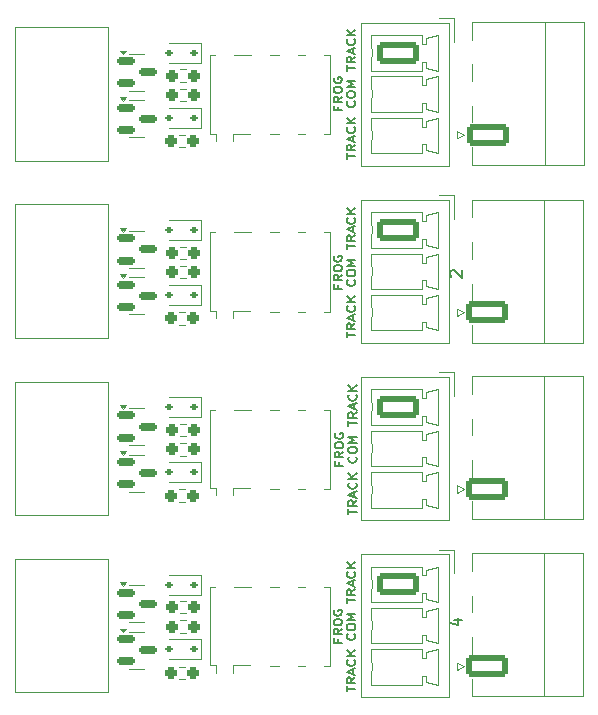
<source format=gbr>
%TF.GenerationSoftware,KiCad,Pcbnew,8.0.5*%
%TF.CreationDate,2025-06-13T11:28:52+02:00*%
%TF.ProjectId,insulFrogExtensionSMD,696e7375-6c46-4726-9f67-457874656e73,rev?*%
%TF.SameCoordinates,Original*%
%TF.FileFunction,Legend,Top*%
%TF.FilePolarity,Positive*%
%FSLAX46Y46*%
G04 Gerber Fmt 4.6, Leading zero omitted, Abs format (unit mm)*
G04 Created by KiCad (PCBNEW 8.0.5) date 2025-06-13 11:28:52*
%MOMM*%
%LPD*%
G01*
G04 APERTURE LIST*
G04 Aperture macros list*
%AMRoundRect*
0 Rectangle with rounded corners*
0 $1 Rounding radius*
0 $2 $3 $4 $5 $6 $7 $8 $9 X,Y pos of 4 corners*
0 Add a 4 corners polygon primitive as box body*
4,1,4,$2,$3,$4,$5,$6,$7,$8,$9,$2,$3,0*
0 Add four circle primitives for the rounded corners*
1,1,$1+$1,$2,$3*
1,1,$1+$1,$4,$5*
1,1,$1+$1,$6,$7*
1,1,$1+$1,$8,$9*
0 Add four rect primitives between the rounded corners*
20,1,$1+$1,$2,$3,$4,$5,0*
20,1,$1+$1,$4,$5,$6,$7,0*
20,1,$1+$1,$6,$7,$8,$9,0*
20,1,$1+$1,$8,$9,$2,$3,0*%
G04 Aperture macros list end*
%ADD10C,0.150000*%
%ADD11C,0.120000*%
%ADD12C,0.100000*%
%ADD13O,3.600000X1.800000*%
%ADD14RoundRect,0.250000X1.550000X-0.650000X1.550000X0.650000X-1.550000X0.650000X-1.550000X-0.650000X0*%
%ADD15RoundRect,0.237500X-0.250000X-0.237500X0.250000X-0.237500X0.250000X0.237500X-0.250000X0.237500X0*%
%ADD16RoundRect,0.250000X-1.550000X0.650000X-1.550000X-0.650000X1.550000X-0.650000X1.550000X0.650000X0*%
%ADD17RoundRect,0.112500X0.187500X0.112500X-0.187500X0.112500X-0.187500X-0.112500X0.187500X-0.112500X0*%
%ADD18R,0.800000X1.800000*%
%ADD19RoundRect,0.150000X-0.587500X-0.150000X0.587500X-0.150000X0.587500X0.150000X-0.587500X0.150000X0*%
%ADD20C,2.200000*%
G04 APERTURE END LIST*
D10*
X108267905Y-124675761D02*
X108267905Y-124942427D01*
X108634572Y-124942427D02*
X107934572Y-124942427D01*
X107934572Y-124942427D02*
X107934572Y-124561475D01*
X108634572Y-123799570D02*
X108301239Y-124066237D01*
X108634572Y-124256713D02*
X107934572Y-124256713D01*
X107934572Y-124256713D02*
X107934572Y-123951951D01*
X107934572Y-123951951D02*
X107967905Y-123875761D01*
X107967905Y-123875761D02*
X108001239Y-123837666D01*
X108001239Y-123837666D02*
X108067905Y-123799570D01*
X108067905Y-123799570D02*
X108167905Y-123799570D01*
X108167905Y-123799570D02*
X108234572Y-123837666D01*
X108234572Y-123837666D02*
X108267905Y-123875761D01*
X108267905Y-123875761D02*
X108301239Y-123951951D01*
X108301239Y-123951951D02*
X108301239Y-124256713D01*
X107934572Y-123304332D02*
X107934572Y-123151951D01*
X107934572Y-123151951D02*
X107967905Y-123075761D01*
X107967905Y-123075761D02*
X108034572Y-122999570D01*
X108034572Y-122999570D02*
X108167905Y-122961475D01*
X108167905Y-122961475D02*
X108401239Y-122961475D01*
X108401239Y-122961475D02*
X108534572Y-122999570D01*
X108534572Y-122999570D02*
X108601239Y-123075761D01*
X108601239Y-123075761D02*
X108634572Y-123151951D01*
X108634572Y-123151951D02*
X108634572Y-123304332D01*
X108634572Y-123304332D02*
X108601239Y-123380523D01*
X108601239Y-123380523D02*
X108534572Y-123456713D01*
X108534572Y-123456713D02*
X108401239Y-123494809D01*
X108401239Y-123494809D02*
X108167905Y-123494809D01*
X108167905Y-123494809D02*
X108034572Y-123456713D01*
X108034572Y-123456713D02*
X107967905Y-123380523D01*
X107967905Y-123380523D02*
X107934572Y-123304332D01*
X107967905Y-122199571D02*
X107934572Y-122275761D01*
X107934572Y-122275761D02*
X107934572Y-122390047D01*
X107934572Y-122390047D02*
X107967905Y-122504333D01*
X107967905Y-122504333D02*
X108034572Y-122580523D01*
X108034572Y-122580523D02*
X108101239Y-122618618D01*
X108101239Y-122618618D02*
X108234572Y-122656714D01*
X108234572Y-122656714D02*
X108334572Y-122656714D01*
X108334572Y-122656714D02*
X108467905Y-122618618D01*
X108467905Y-122618618D02*
X108534572Y-122580523D01*
X108534572Y-122580523D02*
X108601239Y-122504333D01*
X108601239Y-122504333D02*
X108634572Y-122390047D01*
X108634572Y-122390047D02*
X108634572Y-122313856D01*
X108634572Y-122313856D02*
X108601239Y-122199571D01*
X108601239Y-122199571D02*
X108567905Y-122161475D01*
X108567905Y-122161475D02*
X108334572Y-122161475D01*
X108334572Y-122161475D02*
X108334572Y-122313856D01*
X109061533Y-129075761D02*
X109061533Y-128618618D01*
X109761533Y-128847190D02*
X109061533Y-128847190D01*
X109761533Y-127894808D02*
X109428200Y-128161475D01*
X109761533Y-128351951D02*
X109061533Y-128351951D01*
X109061533Y-128351951D02*
X109061533Y-128047189D01*
X109061533Y-128047189D02*
X109094866Y-127970999D01*
X109094866Y-127970999D02*
X109128200Y-127932904D01*
X109128200Y-127932904D02*
X109194866Y-127894808D01*
X109194866Y-127894808D02*
X109294866Y-127894808D01*
X109294866Y-127894808D02*
X109361533Y-127932904D01*
X109361533Y-127932904D02*
X109394866Y-127970999D01*
X109394866Y-127970999D02*
X109428200Y-128047189D01*
X109428200Y-128047189D02*
X109428200Y-128351951D01*
X109561533Y-127590047D02*
X109561533Y-127209094D01*
X109761533Y-127666237D02*
X109061533Y-127399570D01*
X109061533Y-127399570D02*
X109761533Y-127132904D01*
X109694866Y-126409094D02*
X109728200Y-126447190D01*
X109728200Y-126447190D02*
X109761533Y-126561475D01*
X109761533Y-126561475D02*
X109761533Y-126637666D01*
X109761533Y-126637666D02*
X109728200Y-126751952D01*
X109728200Y-126751952D02*
X109661533Y-126828142D01*
X109661533Y-126828142D02*
X109594866Y-126866237D01*
X109594866Y-126866237D02*
X109461533Y-126904333D01*
X109461533Y-126904333D02*
X109361533Y-126904333D01*
X109361533Y-126904333D02*
X109228200Y-126866237D01*
X109228200Y-126866237D02*
X109161533Y-126828142D01*
X109161533Y-126828142D02*
X109094866Y-126751952D01*
X109094866Y-126751952D02*
X109061533Y-126637666D01*
X109061533Y-126637666D02*
X109061533Y-126561475D01*
X109061533Y-126561475D02*
X109094866Y-126447190D01*
X109094866Y-126447190D02*
X109128200Y-126409094D01*
X109761533Y-126066237D02*
X109061533Y-126066237D01*
X109761533Y-125609094D02*
X109361533Y-125951952D01*
X109061533Y-125609094D02*
X109461533Y-126066237D01*
X109694866Y-124199570D02*
X109728200Y-124237666D01*
X109728200Y-124237666D02*
X109761533Y-124351951D01*
X109761533Y-124351951D02*
X109761533Y-124428142D01*
X109761533Y-124428142D02*
X109728200Y-124542428D01*
X109728200Y-124542428D02*
X109661533Y-124618618D01*
X109661533Y-124618618D02*
X109594866Y-124656713D01*
X109594866Y-124656713D02*
X109461533Y-124694809D01*
X109461533Y-124694809D02*
X109361533Y-124694809D01*
X109361533Y-124694809D02*
X109228200Y-124656713D01*
X109228200Y-124656713D02*
X109161533Y-124618618D01*
X109161533Y-124618618D02*
X109094866Y-124542428D01*
X109094866Y-124542428D02*
X109061533Y-124428142D01*
X109061533Y-124428142D02*
X109061533Y-124351951D01*
X109061533Y-124351951D02*
X109094866Y-124237666D01*
X109094866Y-124237666D02*
X109128200Y-124199570D01*
X109061533Y-123704332D02*
X109061533Y-123551951D01*
X109061533Y-123551951D02*
X109094866Y-123475761D01*
X109094866Y-123475761D02*
X109161533Y-123399570D01*
X109161533Y-123399570D02*
X109294866Y-123361475D01*
X109294866Y-123361475D02*
X109528200Y-123361475D01*
X109528200Y-123361475D02*
X109661533Y-123399570D01*
X109661533Y-123399570D02*
X109728200Y-123475761D01*
X109728200Y-123475761D02*
X109761533Y-123551951D01*
X109761533Y-123551951D02*
X109761533Y-123704332D01*
X109761533Y-123704332D02*
X109728200Y-123780523D01*
X109728200Y-123780523D02*
X109661533Y-123856713D01*
X109661533Y-123856713D02*
X109528200Y-123894809D01*
X109528200Y-123894809D02*
X109294866Y-123894809D01*
X109294866Y-123894809D02*
X109161533Y-123856713D01*
X109161533Y-123856713D02*
X109094866Y-123780523D01*
X109094866Y-123780523D02*
X109061533Y-123704332D01*
X109761533Y-123018618D02*
X109061533Y-123018618D01*
X109061533Y-123018618D02*
X109561533Y-122751952D01*
X109561533Y-122751952D02*
X109061533Y-122485285D01*
X109061533Y-122485285D02*
X109761533Y-122485285D01*
X109061533Y-121609094D02*
X109061533Y-121151951D01*
X109761533Y-121380523D02*
X109061533Y-121380523D01*
X109761533Y-120428141D02*
X109428200Y-120694808D01*
X109761533Y-120885284D02*
X109061533Y-120885284D01*
X109061533Y-120885284D02*
X109061533Y-120580522D01*
X109061533Y-120580522D02*
X109094866Y-120504332D01*
X109094866Y-120504332D02*
X109128200Y-120466237D01*
X109128200Y-120466237D02*
X109194866Y-120428141D01*
X109194866Y-120428141D02*
X109294866Y-120428141D01*
X109294866Y-120428141D02*
X109361533Y-120466237D01*
X109361533Y-120466237D02*
X109394866Y-120504332D01*
X109394866Y-120504332D02*
X109428200Y-120580522D01*
X109428200Y-120580522D02*
X109428200Y-120885284D01*
X109561533Y-120123380D02*
X109561533Y-119742427D01*
X109761533Y-120199570D02*
X109061533Y-119932903D01*
X109061533Y-119932903D02*
X109761533Y-119666237D01*
X109694866Y-118942427D02*
X109728200Y-118980523D01*
X109728200Y-118980523D02*
X109761533Y-119094808D01*
X109761533Y-119094808D02*
X109761533Y-119170999D01*
X109761533Y-119170999D02*
X109728200Y-119285285D01*
X109728200Y-119285285D02*
X109661533Y-119361475D01*
X109661533Y-119361475D02*
X109594866Y-119399570D01*
X109594866Y-119399570D02*
X109461533Y-119437666D01*
X109461533Y-119437666D02*
X109361533Y-119437666D01*
X109361533Y-119437666D02*
X109228200Y-119399570D01*
X109228200Y-119399570D02*
X109161533Y-119361475D01*
X109161533Y-119361475D02*
X109094866Y-119285285D01*
X109094866Y-119285285D02*
X109061533Y-119170999D01*
X109061533Y-119170999D02*
X109061533Y-119094808D01*
X109061533Y-119094808D02*
X109094866Y-118980523D01*
X109094866Y-118980523D02*
X109128200Y-118942427D01*
X109761533Y-118599570D02*
X109061533Y-118599570D01*
X109761533Y-118142427D02*
X109361533Y-118485285D01*
X109061533Y-118142427D02*
X109461533Y-118599570D01*
X108394905Y-109689761D02*
X108394905Y-109956427D01*
X108761572Y-109956427D02*
X108061572Y-109956427D01*
X108061572Y-109956427D02*
X108061572Y-109575475D01*
X108761572Y-108813570D02*
X108428239Y-109080237D01*
X108761572Y-109270713D02*
X108061572Y-109270713D01*
X108061572Y-109270713D02*
X108061572Y-108965951D01*
X108061572Y-108965951D02*
X108094905Y-108889761D01*
X108094905Y-108889761D02*
X108128239Y-108851666D01*
X108128239Y-108851666D02*
X108194905Y-108813570D01*
X108194905Y-108813570D02*
X108294905Y-108813570D01*
X108294905Y-108813570D02*
X108361572Y-108851666D01*
X108361572Y-108851666D02*
X108394905Y-108889761D01*
X108394905Y-108889761D02*
X108428239Y-108965951D01*
X108428239Y-108965951D02*
X108428239Y-109270713D01*
X108061572Y-108318332D02*
X108061572Y-108165951D01*
X108061572Y-108165951D02*
X108094905Y-108089761D01*
X108094905Y-108089761D02*
X108161572Y-108013570D01*
X108161572Y-108013570D02*
X108294905Y-107975475D01*
X108294905Y-107975475D02*
X108528239Y-107975475D01*
X108528239Y-107975475D02*
X108661572Y-108013570D01*
X108661572Y-108013570D02*
X108728239Y-108089761D01*
X108728239Y-108089761D02*
X108761572Y-108165951D01*
X108761572Y-108165951D02*
X108761572Y-108318332D01*
X108761572Y-108318332D02*
X108728239Y-108394523D01*
X108728239Y-108394523D02*
X108661572Y-108470713D01*
X108661572Y-108470713D02*
X108528239Y-108508809D01*
X108528239Y-108508809D02*
X108294905Y-108508809D01*
X108294905Y-108508809D02*
X108161572Y-108470713D01*
X108161572Y-108470713D02*
X108094905Y-108394523D01*
X108094905Y-108394523D02*
X108061572Y-108318332D01*
X108094905Y-107213571D02*
X108061572Y-107289761D01*
X108061572Y-107289761D02*
X108061572Y-107404047D01*
X108061572Y-107404047D02*
X108094905Y-107518333D01*
X108094905Y-107518333D02*
X108161572Y-107594523D01*
X108161572Y-107594523D02*
X108228239Y-107632618D01*
X108228239Y-107632618D02*
X108361572Y-107670714D01*
X108361572Y-107670714D02*
X108461572Y-107670714D01*
X108461572Y-107670714D02*
X108594905Y-107632618D01*
X108594905Y-107632618D02*
X108661572Y-107594523D01*
X108661572Y-107594523D02*
X108728239Y-107518333D01*
X108728239Y-107518333D02*
X108761572Y-107404047D01*
X108761572Y-107404047D02*
X108761572Y-107327856D01*
X108761572Y-107327856D02*
X108728239Y-107213571D01*
X108728239Y-107213571D02*
X108694905Y-107175475D01*
X108694905Y-107175475D02*
X108461572Y-107175475D01*
X108461572Y-107175475D02*
X108461572Y-107327856D01*
X109188533Y-114089761D02*
X109188533Y-113632618D01*
X109888533Y-113861190D02*
X109188533Y-113861190D01*
X109888533Y-112908808D02*
X109555200Y-113175475D01*
X109888533Y-113365951D02*
X109188533Y-113365951D01*
X109188533Y-113365951D02*
X109188533Y-113061189D01*
X109188533Y-113061189D02*
X109221866Y-112984999D01*
X109221866Y-112984999D02*
X109255200Y-112946904D01*
X109255200Y-112946904D02*
X109321866Y-112908808D01*
X109321866Y-112908808D02*
X109421866Y-112908808D01*
X109421866Y-112908808D02*
X109488533Y-112946904D01*
X109488533Y-112946904D02*
X109521866Y-112984999D01*
X109521866Y-112984999D02*
X109555200Y-113061189D01*
X109555200Y-113061189D02*
X109555200Y-113365951D01*
X109688533Y-112604047D02*
X109688533Y-112223094D01*
X109888533Y-112680237D02*
X109188533Y-112413570D01*
X109188533Y-112413570D02*
X109888533Y-112146904D01*
X109821866Y-111423094D02*
X109855200Y-111461190D01*
X109855200Y-111461190D02*
X109888533Y-111575475D01*
X109888533Y-111575475D02*
X109888533Y-111651666D01*
X109888533Y-111651666D02*
X109855200Y-111765952D01*
X109855200Y-111765952D02*
X109788533Y-111842142D01*
X109788533Y-111842142D02*
X109721866Y-111880237D01*
X109721866Y-111880237D02*
X109588533Y-111918333D01*
X109588533Y-111918333D02*
X109488533Y-111918333D01*
X109488533Y-111918333D02*
X109355200Y-111880237D01*
X109355200Y-111880237D02*
X109288533Y-111842142D01*
X109288533Y-111842142D02*
X109221866Y-111765952D01*
X109221866Y-111765952D02*
X109188533Y-111651666D01*
X109188533Y-111651666D02*
X109188533Y-111575475D01*
X109188533Y-111575475D02*
X109221866Y-111461190D01*
X109221866Y-111461190D02*
X109255200Y-111423094D01*
X109888533Y-111080237D02*
X109188533Y-111080237D01*
X109888533Y-110623094D02*
X109488533Y-110965952D01*
X109188533Y-110623094D02*
X109588533Y-111080237D01*
X109821866Y-109213570D02*
X109855200Y-109251666D01*
X109855200Y-109251666D02*
X109888533Y-109365951D01*
X109888533Y-109365951D02*
X109888533Y-109442142D01*
X109888533Y-109442142D02*
X109855200Y-109556428D01*
X109855200Y-109556428D02*
X109788533Y-109632618D01*
X109788533Y-109632618D02*
X109721866Y-109670713D01*
X109721866Y-109670713D02*
X109588533Y-109708809D01*
X109588533Y-109708809D02*
X109488533Y-109708809D01*
X109488533Y-109708809D02*
X109355200Y-109670713D01*
X109355200Y-109670713D02*
X109288533Y-109632618D01*
X109288533Y-109632618D02*
X109221866Y-109556428D01*
X109221866Y-109556428D02*
X109188533Y-109442142D01*
X109188533Y-109442142D02*
X109188533Y-109365951D01*
X109188533Y-109365951D02*
X109221866Y-109251666D01*
X109221866Y-109251666D02*
X109255200Y-109213570D01*
X109188533Y-108718332D02*
X109188533Y-108565951D01*
X109188533Y-108565951D02*
X109221866Y-108489761D01*
X109221866Y-108489761D02*
X109288533Y-108413570D01*
X109288533Y-108413570D02*
X109421866Y-108375475D01*
X109421866Y-108375475D02*
X109655200Y-108375475D01*
X109655200Y-108375475D02*
X109788533Y-108413570D01*
X109788533Y-108413570D02*
X109855200Y-108489761D01*
X109855200Y-108489761D02*
X109888533Y-108565951D01*
X109888533Y-108565951D02*
X109888533Y-108718332D01*
X109888533Y-108718332D02*
X109855200Y-108794523D01*
X109855200Y-108794523D02*
X109788533Y-108870713D01*
X109788533Y-108870713D02*
X109655200Y-108908809D01*
X109655200Y-108908809D02*
X109421866Y-108908809D01*
X109421866Y-108908809D02*
X109288533Y-108870713D01*
X109288533Y-108870713D02*
X109221866Y-108794523D01*
X109221866Y-108794523D02*
X109188533Y-108718332D01*
X109888533Y-108032618D02*
X109188533Y-108032618D01*
X109188533Y-108032618D02*
X109688533Y-107765952D01*
X109688533Y-107765952D02*
X109188533Y-107499285D01*
X109188533Y-107499285D02*
X109888533Y-107499285D01*
X109188533Y-106623094D02*
X109188533Y-106165951D01*
X109888533Y-106394523D02*
X109188533Y-106394523D01*
X109888533Y-105442141D02*
X109555200Y-105708808D01*
X109888533Y-105899284D02*
X109188533Y-105899284D01*
X109188533Y-105899284D02*
X109188533Y-105594522D01*
X109188533Y-105594522D02*
X109221866Y-105518332D01*
X109221866Y-105518332D02*
X109255200Y-105480237D01*
X109255200Y-105480237D02*
X109321866Y-105442141D01*
X109321866Y-105442141D02*
X109421866Y-105442141D01*
X109421866Y-105442141D02*
X109488533Y-105480237D01*
X109488533Y-105480237D02*
X109521866Y-105518332D01*
X109521866Y-105518332D02*
X109555200Y-105594522D01*
X109555200Y-105594522D02*
X109555200Y-105899284D01*
X109688533Y-105137380D02*
X109688533Y-104756427D01*
X109888533Y-105213570D02*
X109188533Y-104946903D01*
X109188533Y-104946903D02*
X109888533Y-104680237D01*
X109821866Y-103956427D02*
X109855200Y-103994523D01*
X109855200Y-103994523D02*
X109888533Y-104108808D01*
X109888533Y-104108808D02*
X109888533Y-104184999D01*
X109888533Y-104184999D02*
X109855200Y-104299285D01*
X109855200Y-104299285D02*
X109788533Y-104375475D01*
X109788533Y-104375475D02*
X109721866Y-104413570D01*
X109721866Y-104413570D02*
X109588533Y-104451666D01*
X109588533Y-104451666D02*
X109488533Y-104451666D01*
X109488533Y-104451666D02*
X109355200Y-104413570D01*
X109355200Y-104413570D02*
X109288533Y-104375475D01*
X109288533Y-104375475D02*
X109221866Y-104299285D01*
X109221866Y-104299285D02*
X109188533Y-104184999D01*
X109188533Y-104184999D02*
X109188533Y-104108808D01*
X109188533Y-104108808D02*
X109221866Y-103994523D01*
X109221866Y-103994523D02*
X109255200Y-103956427D01*
X109888533Y-103613570D02*
X109188533Y-103613570D01*
X109888533Y-103156427D02*
X109488533Y-103499285D01*
X109188533Y-103156427D02*
X109588533Y-103613570D01*
X108267905Y-94703761D02*
X108267905Y-94970427D01*
X108634572Y-94970427D02*
X107934572Y-94970427D01*
X107934572Y-94970427D02*
X107934572Y-94589475D01*
X108634572Y-93827570D02*
X108301239Y-94094237D01*
X108634572Y-94284713D02*
X107934572Y-94284713D01*
X107934572Y-94284713D02*
X107934572Y-93979951D01*
X107934572Y-93979951D02*
X107967905Y-93903761D01*
X107967905Y-93903761D02*
X108001239Y-93865666D01*
X108001239Y-93865666D02*
X108067905Y-93827570D01*
X108067905Y-93827570D02*
X108167905Y-93827570D01*
X108167905Y-93827570D02*
X108234572Y-93865666D01*
X108234572Y-93865666D02*
X108267905Y-93903761D01*
X108267905Y-93903761D02*
X108301239Y-93979951D01*
X108301239Y-93979951D02*
X108301239Y-94284713D01*
X107934572Y-93332332D02*
X107934572Y-93179951D01*
X107934572Y-93179951D02*
X107967905Y-93103761D01*
X107967905Y-93103761D02*
X108034572Y-93027570D01*
X108034572Y-93027570D02*
X108167905Y-92989475D01*
X108167905Y-92989475D02*
X108401239Y-92989475D01*
X108401239Y-92989475D02*
X108534572Y-93027570D01*
X108534572Y-93027570D02*
X108601239Y-93103761D01*
X108601239Y-93103761D02*
X108634572Y-93179951D01*
X108634572Y-93179951D02*
X108634572Y-93332332D01*
X108634572Y-93332332D02*
X108601239Y-93408523D01*
X108601239Y-93408523D02*
X108534572Y-93484713D01*
X108534572Y-93484713D02*
X108401239Y-93522809D01*
X108401239Y-93522809D02*
X108167905Y-93522809D01*
X108167905Y-93522809D02*
X108034572Y-93484713D01*
X108034572Y-93484713D02*
X107967905Y-93408523D01*
X107967905Y-93408523D02*
X107934572Y-93332332D01*
X107967905Y-92227571D02*
X107934572Y-92303761D01*
X107934572Y-92303761D02*
X107934572Y-92418047D01*
X107934572Y-92418047D02*
X107967905Y-92532333D01*
X107967905Y-92532333D02*
X108034572Y-92608523D01*
X108034572Y-92608523D02*
X108101239Y-92646618D01*
X108101239Y-92646618D02*
X108234572Y-92684714D01*
X108234572Y-92684714D02*
X108334572Y-92684714D01*
X108334572Y-92684714D02*
X108467905Y-92646618D01*
X108467905Y-92646618D02*
X108534572Y-92608523D01*
X108534572Y-92608523D02*
X108601239Y-92532333D01*
X108601239Y-92532333D02*
X108634572Y-92418047D01*
X108634572Y-92418047D02*
X108634572Y-92341856D01*
X108634572Y-92341856D02*
X108601239Y-92227571D01*
X108601239Y-92227571D02*
X108567905Y-92189475D01*
X108567905Y-92189475D02*
X108334572Y-92189475D01*
X108334572Y-92189475D02*
X108334572Y-92341856D01*
X109061533Y-99103761D02*
X109061533Y-98646618D01*
X109761533Y-98875190D02*
X109061533Y-98875190D01*
X109761533Y-97922808D02*
X109428200Y-98189475D01*
X109761533Y-98379951D02*
X109061533Y-98379951D01*
X109061533Y-98379951D02*
X109061533Y-98075189D01*
X109061533Y-98075189D02*
X109094866Y-97998999D01*
X109094866Y-97998999D02*
X109128200Y-97960904D01*
X109128200Y-97960904D02*
X109194866Y-97922808D01*
X109194866Y-97922808D02*
X109294866Y-97922808D01*
X109294866Y-97922808D02*
X109361533Y-97960904D01*
X109361533Y-97960904D02*
X109394866Y-97998999D01*
X109394866Y-97998999D02*
X109428200Y-98075189D01*
X109428200Y-98075189D02*
X109428200Y-98379951D01*
X109561533Y-97618047D02*
X109561533Y-97237094D01*
X109761533Y-97694237D02*
X109061533Y-97427570D01*
X109061533Y-97427570D02*
X109761533Y-97160904D01*
X109694866Y-96437094D02*
X109728200Y-96475190D01*
X109728200Y-96475190D02*
X109761533Y-96589475D01*
X109761533Y-96589475D02*
X109761533Y-96665666D01*
X109761533Y-96665666D02*
X109728200Y-96779952D01*
X109728200Y-96779952D02*
X109661533Y-96856142D01*
X109661533Y-96856142D02*
X109594866Y-96894237D01*
X109594866Y-96894237D02*
X109461533Y-96932333D01*
X109461533Y-96932333D02*
X109361533Y-96932333D01*
X109361533Y-96932333D02*
X109228200Y-96894237D01*
X109228200Y-96894237D02*
X109161533Y-96856142D01*
X109161533Y-96856142D02*
X109094866Y-96779952D01*
X109094866Y-96779952D02*
X109061533Y-96665666D01*
X109061533Y-96665666D02*
X109061533Y-96589475D01*
X109061533Y-96589475D02*
X109094866Y-96475190D01*
X109094866Y-96475190D02*
X109128200Y-96437094D01*
X109761533Y-96094237D02*
X109061533Y-96094237D01*
X109761533Y-95637094D02*
X109361533Y-95979952D01*
X109061533Y-95637094D02*
X109461533Y-96094237D01*
X109694866Y-94227570D02*
X109728200Y-94265666D01*
X109728200Y-94265666D02*
X109761533Y-94379951D01*
X109761533Y-94379951D02*
X109761533Y-94456142D01*
X109761533Y-94456142D02*
X109728200Y-94570428D01*
X109728200Y-94570428D02*
X109661533Y-94646618D01*
X109661533Y-94646618D02*
X109594866Y-94684713D01*
X109594866Y-94684713D02*
X109461533Y-94722809D01*
X109461533Y-94722809D02*
X109361533Y-94722809D01*
X109361533Y-94722809D02*
X109228200Y-94684713D01*
X109228200Y-94684713D02*
X109161533Y-94646618D01*
X109161533Y-94646618D02*
X109094866Y-94570428D01*
X109094866Y-94570428D02*
X109061533Y-94456142D01*
X109061533Y-94456142D02*
X109061533Y-94379951D01*
X109061533Y-94379951D02*
X109094866Y-94265666D01*
X109094866Y-94265666D02*
X109128200Y-94227570D01*
X109061533Y-93732332D02*
X109061533Y-93579951D01*
X109061533Y-93579951D02*
X109094866Y-93503761D01*
X109094866Y-93503761D02*
X109161533Y-93427570D01*
X109161533Y-93427570D02*
X109294866Y-93389475D01*
X109294866Y-93389475D02*
X109528200Y-93389475D01*
X109528200Y-93389475D02*
X109661533Y-93427570D01*
X109661533Y-93427570D02*
X109728200Y-93503761D01*
X109728200Y-93503761D02*
X109761533Y-93579951D01*
X109761533Y-93579951D02*
X109761533Y-93732332D01*
X109761533Y-93732332D02*
X109728200Y-93808523D01*
X109728200Y-93808523D02*
X109661533Y-93884713D01*
X109661533Y-93884713D02*
X109528200Y-93922809D01*
X109528200Y-93922809D02*
X109294866Y-93922809D01*
X109294866Y-93922809D02*
X109161533Y-93884713D01*
X109161533Y-93884713D02*
X109094866Y-93808523D01*
X109094866Y-93808523D02*
X109061533Y-93732332D01*
X109761533Y-93046618D02*
X109061533Y-93046618D01*
X109061533Y-93046618D02*
X109561533Y-92779952D01*
X109561533Y-92779952D02*
X109061533Y-92513285D01*
X109061533Y-92513285D02*
X109761533Y-92513285D01*
X109061533Y-91637094D02*
X109061533Y-91179951D01*
X109761533Y-91408523D02*
X109061533Y-91408523D01*
X109761533Y-90456141D02*
X109428200Y-90722808D01*
X109761533Y-90913284D02*
X109061533Y-90913284D01*
X109061533Y-90913284D02*
X109061533Y-90608522D01*
X109061533Y-90608522D02*
X109094866Y-90532332D01*
X109094866Y-90532332D02*
X109128200Y-90494237D01*
X109128200Y-90494237D02*
X109194866Y-90456141D01*
X109194866Y-90456141D02*
X109294866Y-90456141D01*
X109294866Y-90456141D02*
X109361533Y-90494237D01*
X109361533Y-90494237D02*
X109394866Y-90532332D01*
X109394866Y-90532332D02*
X109428200Y-90608522D01*
X109428200Y-90608522D02*
X109428200Y-90913284D01*
X109561533Y-90151380D02*
X109561533Y-89770427D01*
X109761533Y-90227570D02*
X109061533Y-89960903D01*
X109061533Y-89960903D02*
X109761533Y-89694237D01*
X109694866Y-88970427D02*
X109728200Y-89008523D01*
X109728200Y-89008523D02*
X109761533Y-89122808D01*
X109761533Y-89122808D02*
X109761533Y-89198999D01*
X109761533Y-89198999D02*
X109728200Y-89313285D01*
X109728200Y-89313285D02*
X109661533Y-89389475D01*
X109661533Y-89389475D02*
X109594866Y-89427570D01*
X109594866Y-89427570D02*
X109461533Y-89465666D01*
X109461533Y-89465666D02*
X109361533Y-89465666D01*
X109361533Y-89465666D02*
X109228200Y-89427570D01*
X109228200Y-89427570D02*
X109161533Y-89389475D01*
X109161533Y-89389475D02*
X109094866Y-89313285D01*
X109094866Y-89313285D02*
X109061533Y-89198999D01*
X109061533Y-89198999D02*
X109061533Y-89122808D01*
X109061533Y-89122808D02*
X109094866Y-89008523D01*
X109094866Y-89008523D02*
X109128200Y-88970427D01*
X109761533Y-88627570D02*
X109061533Y-88627570D01*
X109761533Y-88170427D02*
X109361533Y-88513285D01*
X109061533Y-88170427D02*
X109461533Y-88627570D01*
X108267905Y-79590761D02*
X108267905Y-79857427D01*
X108634572Y-79857427D02*
X107934572Y-79857427D01*
X107934572Y-79857427D02*
X107934572Y-79476475D01*
X108634572Y-78714570D02*
X108301239Y-78981237D01*
X108634572Y-79171713D02*
X107934572Y-79171713D01*
X107934572Y-79171713D02*
X107934572Y-78866951D01*
X107934572Y-78866951D02*
X107967905Y-78790761D01*
X107967905Y-78790761D02*
X108001239Y-78752666D01*
X108001239Y-78752666D02*
X108067905Y-78714570D01*
X108067905Y-78714570D02*
X108167905Y-78714570D01*
X108167905Y-78714570D02*
X108234572Y-78752666D01*
X108234572Y-78752666D02*
X108267905Y-78790761D01*
X108267905Y-78790761D02*
X108301239Y-78866951D01*
X108301239Y-78866951D02*
X108301239Y-79171713D01*
X107934572Y-78219332D02*
X107934572Y-78066951D01*
X107934572Y-78066951D02*
X107967905Y-77990761D01*
X107967905Y-77990761D02*
X108034572Y-77914570D01*
X108034572Y-77914570D02*
X108167905Y-77876475D01*
X108167905Y-77876475D02*
X108401239Y-77876475D01*
X108401239Y-77876475D02*
X108534572Y-77914570D01*
X108534572Y-77914570D02*
X108601239Y-77990761D01*
X108601239Y-77990761D02*
X108634572Y-78066951D01*
X108634572Y-78066951D02*
X108634572Y-78219332D01*
X108634572Y-78219332D02*
X108601239Y-78295523D01*
X108601239Y-78295523D02*
X108534572Y-78371713D01*
X108534572Y-78371713D02*
X108401239Y-78409809D01*
X108401239Y-78409809D02*
X108167905Y-78409809D01*
X108167905Y-78409809D02*
X108034572Y-78371713D01*
X108034572Y-78371713D02*
X107967905Y-78295523D01*
X107967905Y-78295523D02*
X107934572Y-78219332D01*
X107967905Y-77114571D02*
X107934572Y-77190761D01*
X107934572Y-77190761D02*
X107934572Y-77305047D01*
X107934572Y-77305047D02*
X107967905Y-77419333D01*
X107967905Y-77419333D02*
X108034572Y-77495523D01*
X108034572Y-77495523D02*
X108101239Y-77533618D01*
X108101239Y-77533618D02*
X108234572Y-77571714D01*
X108234572Y-77571714D02*
X108334572Y-77571714D01*
X108334572Y-77571714D02*
X108467905Y-77533618D01*
X108467905Y-77533618D02*
X108534572Y-77495523D01*
X108534572Y-77495523D02*
X108601239Y-77419333D01*
X108601239Y-77419333D02*
X108634572Y-77305047D01*
X108634572Y-77305047D02*
X108634572Y-77228856D01*
X108634572Y-77228856D02*
X108601239Y-77114571D01*
X108601239Y-77114571D02*
X108567905Y-77076475D01*
X108567905Y-77076475D02*
X108334572Y-77076475D01*
X108334572Y-77076475D02*
X108334572Y-77228856D01*
X109061533Y-83990761D02*
X109061533Y-83533618D01*
X109761533Y-83762190D02*
X109061533Y-83762190D01*
X109761533Y-82809808D02*
X109428200Y-83076475D01*
X109761533Y-83266951D02*
X109061533Y-83266951D01*
X109061533Y-83266951D02*
X109061533Y-82962189D01*
X109061533Y-82962189D02*
X109094866Y-82885999D01*
X109094866Y-82885999D02*
X109128200Y-82847904D01*
X109128200Y-82847904D02*
X109194866Y-82809808D01*
X109194866Y-82809808D02*
X109294866Y-82809808D01*
X109294866Y-82809808D02*
X109361533Y-82847904D01*
X109361533Y-82847904D02*
X109394866Y-82885999D01*
X109394866Y-82885999D02*
X109428200Y-82962189D01*
X109428200Y-82962189D02*
X109428200Y-83266951D01*
X109561533Y-82505047D02*
X109561533Y-82124094D01*
X109761533Y-82581237D02*
X109061533Y-82314570D01*
X109061533Y-82314570D02*
X109761533Y-82047904D01*
X109694866Y-81324094D02*
X109728200Y-81362190D01*
X109728200Y-81362190D02*
X109761533Y-81476475D01*
X109761533Y-81476475D02*
X109761533Y-81552666D01*
X109761533Y-81552666D02*
X109728200Y-81666952D01*
X109728200Y-81666952D02*
X109661533Y-81743142D01*
X109661533Y-81743142D02*
X109594866Y-81781237D01*
X109594866Y-81781237D02*
X109461533Y-81819333D01*
X109461533Y-81819333D02*
X109361533Y-81819333D01*
X109361533Y-81819333D02*
X109228200Y-81781237D01*
X109228200Y-81781237D02*
X109161533Y-81743142D01*
X109161533Y-81743142D02*
X109094866Y-81666952D01*
X109094866Y-81666952D02*
X109061533Y-81552666D01*
X109061533Y-81552666D02*
X109061533Y-81476475D01*
X109061533Y-81476475D02*
X109094866Y-81362190D01*
X109094866Y-81362190D02*
X109128200Y-81324094D01*
X109761533Y-80981237D02*
X109061533Y-80981237D01*
X109761533Y-80524094D02*
X109361533Y-80866952D01*
X109061533Y-80524094D02*
X109461533Y-80981237D01*
X109694866Y-79114570D02*
X109728200Y-79152666D01*
X109728200Y-79152666D02*
X109761533Y-79266951D01*
X109761533Y-79266951D02*
X109761533Y-79343142D01*
X109761533Y-79343142D02*
X109728200Y-79457428D01*
X109728200Y-79457428D02*
X109661533Y-79533618D01*
X109661533Y-79533618D02*
X109594866Y-79571713D01*
X109594866Y-79571713D02*
X109461533Y-79609809D01*
X109461533Y-79609809D02*
X109361533Y-79609809D01*
X109361533Y-79609809D02*
X109228200Y-79571713D01*
X109228200Y-79571713D02*
X109161533Y-79533618D01*
X109161533Y-79533618D02*
X109094866Y-79457428D01*
X109094866Y-79457428D02*
X109061533Y-79343142D01*
X109061533Y-79343142D02*
X109061533Y-79266951D01*
X109061533Y-79266951D02*
X109094866Y-79152666D01*
X109094866Y-79152666D02*
X109128200Y-79114570D01*
X109061533Y-78619332D02*
X109061533Y-78466951D01*
X109061533Y-78466951D02*
X109094866Y-78390761D01*
X109094866Y-78390761D02*
X109161533Y-78314570D01*
X109161533Y-78314570D02*
X109294866Y-78276475D01*
X109294866Y-78276475D02*
X109528200Y-78276475D01*
X109528200Y-78276475D02*
X109661533Y-78314570D01*
X109661533Y-78314570D02*
X109728200Y-78390761D01*
X109728200Y-78390761D02*
X109761533Y-78466951D01*
X109761533Y-78466951D02*
X109761533Y-78619332D01*
X109761533Y-78619332D02*
X109728200Y-78695523D01*
X109728200Y-78695523D02*
X109661533Y-78771713D01*
X109661533Y-78771713D02*
X109528200Y-78809809D01*
X109528200Y-78809809D02*
X109294866Y-78809809D01*
X109294866Y-78809809D02*
X109161533Y-78771713D01*
X109161533Y-78771713D02*
X109094866Y-78695523D01*
X109094866Y-78695523D02*
X109061533Y-78619332D01*
X109761533Y-77933618D02*
X109061533Y-77933618D01*
X109061533Y-77933618D02*
X109561533Y-77666952D01*
X109561533Y-77666952D02*
X109061533Y-77400285D01*
X109061533Y-77400285D02*
X109761533Y-77400285D01*
X109061533Y-76524094D02*
X109061533Y-76066951D01*
X109761533Y-76295523D02*
X109061533Y-76295523D01*
X109761533Y-75343141D02*
X109428200Y-75609808D01*
X109761533Y-75800284D02*
X109061533Y-75800284D01*
X109061533Y-75800284D02*
X109061533Y-75495522D01*
X109061533Y-75495522D02*
X109094866Y-75419332D01*
X109094866Y-75419332D02*
X109128200Y-75381237D01*
X109128200Y-75381237D02*
X109194866Y-75343141D01*
X109194866Y-75343141D02*
X109294866Y-75343141D01*
X109294866Y-75343141D02*
X109361533Y-75381237D01*
X109361533Y-75381237D02*
X109394866Y-75419332D01*
X109394866Y-75419332D02*
X109428200Y-75495522D01*
X109428200Y-75495522D02*
X109428200Y-75800284D01*
X109561533Y-75038380D02*
X109561533Y-74657427D01*
X109761533Y-75114570D02*
X109061533Y-74847903D01*
X109061533Y-74847903D02*
X109761533Y-74581237D01*
X109694866Y-73857427D02*
X109728200Y-73895523D01*
X109728200Y-73895523D02*
X109761533Y-74009808D01*
X109761533Y-74009808D02*
X109761533Y-74085999D01*
X109761533Y-74085999D02*
X109728200Y-74200285D01*
X109728200Y-74200285D02*
X109661533Y-74276475D01*
X109661533Y-74276475D02*
X109594866Y-74314570D01*
X109594866Y-74314570D02*
X109461533Y-74352666D01*
X109461533Y-74352666D02*
X109361533Y-74352666D01*
X109361533Y-74352666D02*
X109228200Y-74314570D01*
X109228200Y-74314570D02*
X109161533Y-74276475D01*
X109161533Y-74276475D02*
X109094866Y-74200285D01*
X109094866Y-74200285D02*
X109061533Y-74085999D01*
X109061533Y-74085999D02*
X109061533Y-74009808D01*
X109061533Y-74009808D02*
X109094866Y-73895523D01*
X109094866Y-73895523D02*
X109128200Y-73857427D01*
X109761533Y-73514570D02*
X109061533Y-73514570D01*
X109761533Y-73057427D02*
X109361533Y-73400285D01*
X109061533Y-73057427D02*
X109461533Y-73514570D01*
X118146152Y-123023523D02*
X118812819Y-123023523D01*
X117765200Y-123261618D02*
X118479485Y-123499713D01*
X118479485Y-123499713D02*
X118479485Y-122880666D01*
X117908057Y-93999713D02*
X117860438Y-93952094D01*
X117860438Y-93952094D02*
X117812819Y-93856856D01*
X117812819Y-93856856D02*
X117812819Y-93618761D01*
X117812819Y-93618761D02*
X117860438Y-93523523D01*
X117860438Y-93523523D02*
X117908057Y-93475904D01*
X117908057Y-93475904D02*
X118003295Y-93428285D01*
X118003295Y-93428285D02*
X118098533Y-93428285D01*
X118098533Y-93428285D02*
X118241390Y-93475904D01*
X118241390Y-93475904D02*
X118812819Y-94047332D01*
X118812819Y-94047332D02*
X118812819Y-93428285D01*
D11*
%TO.C,J11*%
X129053000Y-129505000D02*
X129053000Y-117385000D01*
X129053000Y-117385000D02*
X119633000Y-117385000D01*
X125743000Y-129505000D02*
X125743000Y-117385000D01*
X119633000Y-129505000D02*
X129053000Y-129505000D01*
X119633000Y-129505000D02*
X119633000Y-127995000D01*
X119633000Y-125895000D02*
X119633000Y-124495000D01*
X119633000Y-122395000D02*
X119633000Y-120995000D01*
X119633000Y-117385000D02*
X119633000Y-118895000D01*
X118943000Y-126945000D02*
X118343000Y-127245000D01*
X118343000Y-127245000D02*
X118343000Y-126645000D01*
X118343000Y-126645000D02*
X118943000Y-126945000D01*
%TO.C,J8*%
X118343000Y-111645000D02*
X118943000Y-111945000D01*
X118343000Y-112245000D02*
X118343000Y-111645000D01*
X118943000Y-111945000D02*
X118343000Y-112245000D01*
X119633000Y-102385000D02*
X119633000Y-103895000D01*
X119633000Y-107395000D02*
X119633000Y-105995000D01*
X119633000Y-110895000D02*
X119633000Y-109495000D01*
X119633000Y-114505000D02*
X119633000Y-112995000D01*
X119633000Y-114505000D02*
X129053000Y-114505000D01*
X125743000Y-114505000D02*
X125743000Y-102385000D01*
X129053000Y-102385000D02*
X119633000Y-102385000D01*
X129053000Y-114505000D02*
X129053000Y-102385000D01*
%TO.C,J3*%
X118400000Y-81645000D02*
X119000000Y-81945000D01*
X118400000Y-82245000D02*
X118400000Y-81645000D01*
X119000000Y-81945000D02*
X118400000Y-82245000D01*
X119690000Y-72385000D02*
X119690000Y-73895000D01*
X119690000Y-77395000D02*
X119690000Y-75995000D01*
X119690000Y-80895000D02*
X119690000Y-79495000D01*
X119690000Y-84505000D02*
X119690000Y-82995000D01*
X119690000Y-84505000D02*
X129110000Y-84505000D01*
X125800000Y-84505000D02*
X125800000Y-72385000D01*
X129110000Y-72385000D02*
X119690000Y-72385000D01*
X129110000Y-84505000D02*
X129110000Y-72385000D01*
%TO.C,R12*%
X94832776Y-126977500D02*
X95342224Y-126977500D01*
X94832776Y-128022500D02*
X95342224Y-128022500D01*
%TO.C,R11*%
X94832776Y-111977500D02*
X95342224Y-111977500D01*
X94832776Y-113022500D02*
X95342224Y-113022500D01*
%TO.C,R10*%
X94832776Y-96977500D02*
X95342224Y-96977500D01*
X94832776Y-98022500D02*
X95342224Y-98022500D01*
%TO.C,R9*%
X94832776Y-81977500D02*
X95342224Y-81977500D01*
X94832776Y-83022500D02*
X95342224Y-83022500D01*
%TO.C,J12*%
X118107500Y-117067500D02*
X118107500Y-119067500D01*
X116857500Y-117067500D02*
X118107500Y-117067500D01*
X117717500Y-117457500D02*
X110247500Y-117457500D01*
X110247500Y-117457500D02*
X110247500Y-129577500D01*
X116757500Y-118517500D02*
X116757500Y-121517500D01*
X115407500Y-118517500D02*
X115407500Y-119267500D01*
X111107500Y-118517500D02*
X115407500Y-118517500D01*
X115757500Y-118767500D02*
X116757500Y-118517500D01*
X115757500Y-119267500D02*
X115757500Y-118767500D01*
X115407500Y-119267500D02*
X115757500Y-119267500D01*
X111107500Y-119267500D02*
X111107500Y-118517500D01*
X115757500Y-120767500D02*
X115407500Y-120767500D01*
X115407500Y-120767500D02*
X115407500Y-121517500D01*
X115757500Y-121267500D02*
X115757500Y-120767500D01*
X116757500Y-121517500D02*
X115757500Y-121267500D01*
X115407500Y-121517500D02*
X111107500Y-121517500D01*
X111107500Y-121517500D02*
X111107500Y-120767500D01*
X116757500Y-122017500D02*
X116757500Y-125017500D01*
X115407500Y-122017500D02*
X115407500Y-122767500D01*
X111107500Y-122017500D02*
X115407500Y-122017500D01*
X115757500Y-122267500D02*
X116757500Y-122017500D01*
X115757500Y-122767500D02*
X115757500Y-122267500D01*
X115407500Y-122767500D02*
X115757500Y-122767500D01*
X111107500Y-122767500D02*
X111107500Y-122017500D01*
X115757500Y-124267500D02*
X115407500Y-124267500D01*
X115407500Y-124267500D02*
X115407500Y-125017500D01*
X115757500Y-124767500D02*
X115757500Y-124267500D01*
X116757500Y-125017500D02*
X115757500Y-124767500D01*
X115407500Y-125017500D02*
X111107500Y-125017500D01*
X111107500Y-125017500D02*
X111107500Y-124267500D01*
X116757500Y-125517500D02*
X116757500Y-128517500D01*
X115407500Y-125517500D02*
X115407500Y-126267500D01*
X111107500Y-125517500D02*
X115407500Y-125517500D01*
X115757500Y-125767500D02*
X116757500Y-125517500D01*
X115757500Y-126267500D02*
X115757500Y-125767500D01*
X115407500Y-126267500D02*
X115757500Y-126267500D01*
X111107500Y-126267500D02*
X111107500Y-125517500D01*
X115757500Y-127767500D02*
X115407500Y-127767500D01*
X115407500Y-127767500D02*
X115407500Y-128517500D01*
X115757500Y-128267500D02*
X115757500Y-127767500D01*
X116757500Y-128517500D02*
X115757500Y-128267500D01*
X115407500Y-128517500D02*
X111107500Y-128517500D01*
X111107500Y-128517500D02*
X111107500Y-127767500D01*
X117717500Y-129577500D02*
X117717500Y-117457500D01*
X110247500Y-129577500D02*
X117717500Y-129577500D01*
X111107500Y-119267500D02*
G75*
G02*
X111107656Y-120767147I-1700000J-750000D01*
G01*
X111107500Y-122767500D02*
G75*
G02*
X111107656Y-124267147I-1700000J-750000D01*
G01*
X111107500Y-126267500D02*
G75*
G02*
X111107656Y-127767147I-1700000J-750000D01*
G01*
%TO.C,J9*%
X118107500Y-102067500D02*
X118107500Y-104067500D01*
X116857500Y-102067500D02*
X118107500Y-102067500D01*
X117717500Y-102457500D02*
X110247500Y-102457500D01*
X110247500Y-102457500D02*
X110247500Y-114577500D01*
X116757500Y-103517500D02*
X116757500Y-106517500D01*
X115407500Y-103517500D02*
X115407500Y-104267500D01*
X111107500Y-103517500D02*
X115407500Y-103517500D01*
X115757500Y-103767500D02*
X116757500Y-103517500D01*
X115757500Y-104267500D02*
X115757500Y-103767500D01*
X115407500Y-104267500D02*
X115757500Y-104267500D01*
X111107500Y-104267500D02*
X111107500Y-103517500D01*
X115757500Y-105767500D02*
X115407500Y-105767500D01*
X115407500Y-105767500D02*
X115407500Y-106517500D01*
X115757500Y-106267500D02*
X115757500Y-105767500D01*
X116757500Y-106517500D02*
X115757500Y-106267500D01*
X115407500Y-106517500D02*
X111107500Y-106517500D01*
X111107500Y-106517500D02*
X111107500Y-105767500D01*
X116757500Y-107017500D02*
X116757500Y-110017500D01*
X115407500Y-107017500D02*
X115407500Y-107767500D01*
X111107500Y-107017500D02*
X115407500Y-107017500D01*
X115757500Y-107267500D02*
X116757500Y-107017500D01*
X115757500Y-107767500D02*
X115757500Y-107267500D01*
X115407500Y-107767500D02*
X115757500Y-107767500D01*
X111107500Y-107767500D02*
X111107500Y-107017500D01*
X115757500Y-109267500D02*
X115407500Y-109267500D01*
X115407500Y-109267500D02*
X115407500Y-110017500D01*
X115757500Y-109767500D02*
X115757500Y-109267500D01*
X116757500Y-110017500D02*
X115757500Y-109767500D01*
X115407500Y-110017500D02*
X111107500Y-110017500D01*
X111107500Y-110017500D02*
X111107500Y-109267500D01*
X116757500Y-110517500D02*
X116757500Y-113517500D01*
X115407500Y-110517500D02*
X115407500Y-111267500D01*
X111107500Y-110517500D02*
X115407500Y-110517500D01*
X115757500Y-110767500D02*
X116757500Y-110517500D01*
X115757500Y-111267500D02*
X115757500Y-110767500D01*
X115407500Y-111267500D02*
X115757500Y-111267500D01*
X111107500Y-111267500D02*
X111107500Y-110517500D01*
X115757500Y-112767500D02*
X115407500Y-112767500D01*
X115407500Y-112767500D02*
X115407500Y-113517500D01*
X115757500Y-113267500D02*
X115757500Y-112767500D01*
X116757500Y-113517500D02*
X115757500Y-113267500D01*
X115407500Y-113517500D02*
X111107500Y-113517500D01*
X111107500Y-113517500D02*
X111107500Y-112767500D01*
X117717500Y-114577500D02*
X117717500Y-102457500D01*
X110247500Y-114577500D02*
X117717500Y-114577500D01*
X111107500Y-104267500D02*
G75*
G02*
X111107656Y-105767147I-1700000J-750000D01*
G01*
X111107500Y-107767500D02*
G75*
G02*
X111107656Y-109267147I-1700000J-750000D01*
G01*
X111107500Y-111267500D02*
G75*
G02*
X111107656Y-112767147I-1700000J-750000D01*
G01*
%TO.C,J6*%
X118107500Y-87067500D02*
X118107500Y-89067500D01*
X116857500Y-87067500D02*
X118107500Y-87067500D01*
X117717500Y-87457500D02*
X110247500Y-87457500D01*
X110247500Y-87457500D02*
X110247500Y-99577500D01*
X116757500Y-88517500D02*
X116757500Y-91517500D01*
X115407500Y-88517500D02*
X115407500Y-89267500D01*
X111107500Y-88517500D02*
X115407500Y-88517500D01*
X115757500Y-88767500D02*
X116757500Y-88517500D01*
X115757500Y-89267500D02*
X115757500Y-88767500D01*
X115407500Y-89267500D02*
X115757500Y-89267500D01*
X111107500Y-89267500D02*
X111107500Y-88517500D01*
X115757500Y-90767500D02*
X115407500Y-90767500D01*
X115407500Y-90767500D02*
X115407500Y-91517500D01*
X115757500Y-91267500D02*
X115757500Y-90767500D01*
X116757500Y-91517500D02*
X115757500Y-91267500D01*
X115407500Y-91517500D02*
X111107500Y-91517500D01*
X111107500Y-91517500D02*
X111107500Y-90767500D01*
X116757500Y-92017500D02*
X116757500Y-95017500D01*
X115407500Y-92017500D02*
X115407500Y-92767500D01*
X111107500Y-92017500D02*
X115407500Y-92017500D01*
X115757500Y-92267500D02*
X116757500Y-92017500D01*
X115757500Y-92767500D02*
X115757500Y-92267500D01*
X115407500Y-92767500D02*
X115757500Y-92767500D01*
X111107500Y-92767500D02*
X111107500Y-92017500D01*
X115757500Y-94267500D02*
X115407500Y-94267500D01*
X115407500Y-94267500D02*
X115407500Y-95017500D01*
X115757500Y-94767500D02*
X115757500Y-94267500D01*
X116757500Y-95017500D02*
X115757500Y-94767500D01*
X115407500Y-95017500D02*
X111107500Y-95017500D01*
X111107500Y-95017500D02*
X111107500Y-94267500D01*
X116757500Y-95517500D02*
X116757500Y-98517500D01*
X115407500Y-95517500D02*
X115407500Y-96267500D01*
X111107500Y-95517500D02*
X115407500Y-95517500D01*
X115757500Y-95767500D02*
X116757500Y-95517500D01*
X115757500Y-96267500D02*
X115757500Y-95767500D01*
X115407500Y-96267500D02*
X115757500Y-96267500D01*
X111107500Y-96267500D02*
X111107500Y-95517500D01*
X115757500Y-97767500D02*
X115407500Y-97767500D01*
X115407500Y-97767500D02*
X115407500Y-98517500D01*
X115757500Y-98267500D02*
X115757500Y-97767500D01*
X116757500Y-98517500D02*
X115757500Y-98267500D01*
X115407500Y-98517500D02*
X111107500Y-98517500D01*
X111107500Y-98517500D02*
X111107500Y-97767500D01*
X117717500Y-99577500D02*
X117717500Y-87457500D01*
X110247500Y-99577500D02*
X117717500Y-99577500D01*
X111107500Y-89267500D02*
G75*
G02*
X111107656Y-90767147I-1700000J-750000D01*
G01*
X111107500Y-92767500D02*
G75*
G02*
X111107656Y-94267147I-1700000J-750000D01*
G01*
X111107500Y-96267500D02*
G75*
G02*
X111107656Y-97767147I-1700000J-750000D01*
G01*
%TO.C,J5*%
X118107500Y-72067500D02*
X118107500Y-74067500D01*
X116857500Y-72067500D02*
X118107500Y-72067500D01*
X117717500Y-72457500D02*
X110247500Y-72457500D01*
X110247500Y-72457500D02*
X110247500Y-84577500D01*
X116757500Y-73517500D02*
X116757500Y-76517500D01*
X115407500Y-73517500D02*
X115407500Y-74267500D01*
X111107500Y-73517500D02*
X115407500Y-73517500D01*
X115757500Y-73767500D02*
X116757500Y-73517500D01*
X115757500Y-74267500D02*
X115757500Y-73767500D01*
X115407500Y-74267500D02*
X115757500Y-74267500D01*
X111107500Y-74267500D02*
X111107500Y-73517500D01*
X115757500Y-75767500D02*
X115407500Y-75767500D01*
X115407500Y-75767500D02*
X115407500Y-76517500D01*
X115757500Y-76267500D02*
X115757500Y-75767500D01*
X116757500Y-76517500D02*
X115757500Y-76267500D01*
X115407500Y-76517500D02*
X111107500Y-76517500D01*
X111107500Y-76517500D02*
X111107500Y-75767500D01*
X116757500Y-77017500D02*
X116757500Y-80017500D01*
X115407500Y-77017500D02*
X115407500Y-77767500D01*
X111107500Y-77017500D02*
X115407500Y-77017500D01*
X115757500Y-77267500D02*
X116757500Y-77017500D01*
X115757500Y-77767500D02*
X115757500Y-77267500D01*
X115407500Y-77767500D02*
X115757500Y-77767500D01*
X111107500Y-77767500D02*
X111107500Y-77017500D01*
X115757500Y-79267500D02*
X115407500Y-79267500D01*
X115407500Y-79267500D02*
X115407500Y-80017500D01*
X115757500Y-79767500D02*
X115757500Y-79267500D01*
X116757500Y-80017500D02*
X115757500Y-79767500D01*
X115407500Y-80017500D02*
X111107500Y-80017500D01*
X111107500Y-80017500D02*
X111107500Y-79267500D01*
X116757500Y-80517500D02*
X116757500Y-83517500D01*
X115407500Y-80517500D02*
X115407500Y-81267500D01*
X111107500Y-80517500D02*
X115407500Y-80517500D01*
X115757500Y-80767500D02*
X116757500Y-80517500D01*
X115757500Y-81267500D02*
X115757500Y-80767500D01*
X115407500Y-81267500D02*
X115757500Y-81267500D01*
X111107500Y-81267500D02*
X111107500Y-80517500D01*
X115757500Y-82767500D02*
X115407500Y-82767500D01*
X115407500Y-82767500D02*
X115407500Y-83517500D01*
X115757500Y-83267500D02*
X115757500Y-82767500D01*
X116757500Y-83517500D02*
X115757500Y-83267500D01*
X115407500Y-83517500D02*
X111107500Y-83517500D01*
X111107500Y-83517500D02*
X111107500Y-82767500D01*
X117717500Y-84577500D02*
X117717500Y-72457500D01*
X110247500Y-84577500D02*
X117717500Y-84577500D01*
X111107500Y-74267500D02*
G75*
G02*
X111107656Y-75767147I-1700000J-750000D01*
G01*
X111107500Y-77767500D02*
G75*
G02*
X111107656Y-79267147I-1700000J-750000D01*
G01*
X111107500Y-81267500D02*
G75*
G02*
X111107656Y-82767147I-1700000J-750000D01*
G01*
%TO.C,D3*%
X96684000Y-89189000D02*
X94024000Y-89189000D01*
X96684000Y-90889000D02*
X94024000Y-90889000D01*
X96684000Y-90889000D02*
X96684000Y-89189000D01*
%TO.C,K4*%
X97437500Y-120227000D02*
X97937500Y-120227000D01*
X97447500Y-126887000D02*
X97437500Y-120227000D01*
X97447500Y-126887000D02*
X97947500Y-126887000D01*
X97947500Y-126887000D02*
X97947500Y-127487000D01*
X99447500Y-126887000D02*
X99447500Y-127487000D01*
X99537500Y-120227000D02*
X100937500Y-120227000D01*
X100847500Y-126887000D02*
X99447500Y-126887000D01*
X102537500Y-120227000D02*
X103337500Y-120227000D01*
X103337500Y-126927000D02*
X102537500Y-126927000D01*
X104937500Y-120227000D02*
X105537500Y-120227000D01*
X105537500Y-126927000D02*
X104937500Y-126927000D01*
X107137500Y-120227000D02*
X107637500Y-120227000D01*
X107637500Y-120227000D02*
X107637500Y-126927000D01*
X107637500Y-126927000D02*
X107137500Y-126927000D01*
%TO.C,R7*%
X94946276Y-121421500D02*
X95455724Y-121421500D01*
X94946276Y-122466500D02*
X95455724Y-122466500D01*
%TO.C,Q1*%
X91264000Y-75100000D02*
X90614000Y-75100000D01*
X91264000Y-75100000D02*
X91914000Y-75100000D01*
X91264000Y-78220000D02*
X90614000Y-78220000D01*
X91264000Y-78220000D02*
X91914000Y-78220000D01*
X90101500Y-75150000D02*
X89861500Y-74820000D01*
X90341500Y-74820000D01*
X90101500Y-75150000D01*
G36*
X90101500Y-75150000D02*
G01*
X89861500Y-74820000D01*
X90341500Y-74820000D01*
X90101500Y-75150000D01*
G37*
%TO.C,Q5*%
X91264000Y-105100000D02*
X90614000Y-105100000D01*
X91264000Y-105100000D02*
X91914000Y-105100000D01*
X91264000Y-108220000D02*
X90614000Y-108220000D01*
X91264000Y-108220000D02*
X91914000Y-108220000D01*
X90101500Y-105150000D02*
X89861500Y-104820000D01*
X90341500Y-104820000D01*
X90101500Y-105150000D01*
G36*
X90101500Y-105150000D02*
G01*
X89861500Y-104820000D01*
X90341500Y-104820000D01*
X90101500Y-105150000D01*
G37*
%TO.C,R2*%
X94946276Y-78072500D02*
X95455724Y-78072500D01*
X94946276Y-79117500D02*
X95455724Y-79117500D01*
%TO.C,Q7*%
X91264000Y-120100000D02*
X90614000Y-120100000D01*
X91264000Y-120100000D02*
X91914000Y-120100000D01*
X91264000Y-123220000D02*
X90614000Y-123220000D01*
X91264000Y-123220000D02*
X91914000Y-123220000D01*
X90101500Y-120150000D02*
X89861500Y-119820000D01*
X90341500Y-119820000D01*
X90101500Y-120150000D01*
G36*
X90101500Y-120150000D02*
G01*
X89861500Y-119820000D01*
X90341500Y-119820000D01*
X90101500Y-120150000D01*
G37*
%TO.C,Q3*%
X91264000Y-90100000D02*
X90614000Y-90100000D01*
X91264000Y-90100000D02*
X91914000Y-90100000D01*
X91264000Y-93220000D02*
X90614000Y-93220000D01*
X91264000Y-93220000D02*
X91914000Y-93220000D01*
X90101500Y-90150000D02*
X89861500Y-89820000D01*
X90341500Y-89820000D01*
X90101500Y-90150000D01*
G36*
X90101500Y-90150000D02*
G01*
X89861500Y-89820000D01*
X90341500Y-89820000D01*
X90101500Y-90150000D01*
G37*
%TO.C,R6*%
X94946276Y-108072500D02*
X95455724Y-108072500D01*
X94946276Y-109117500D02*
X95455724Y-109117500D01*
%TO.C,R1*%
X94946276Y-76421500D02*
X95455724Y-76421500D01*
X94946276Y-77466500D02*
X95455724Y-77466500D01*
%TO.C,D1*%
X96684000Y-74189000D02*
X94024000Y-74189000D01*
X96684000Y-75889000D02*
X94024000Y-75889000D01*
X96684000Y-75889000D02*
X96684000Y-74189000D01*
%TO.C,R5*%
X94946276Y-106421500D02*
X95455724Y-106421500D01*
X94946276Y-107466500D02*
X95455724Y-107466500D01*
%TO.C,D4*%
X96684000Y-94650000D02*
X94024000Y-94650000D01*
X96684000Y-96350000D02*
X94024000Y-96350000D01*
X96684000Y-96350000D02*
X96684000Y-94650000D01*
D12*
%TO.C,J10*%
X80950000Y-129150000D02*
X80950000Y-117850000D01*
X88850000Y-117850000D02*
X80950000Y-117850000D01*
X88850000Y-117850000D02*
X88850000Y-129150000D01*
X88850000Y-129150000D02*
X80950000Y-129150000D01*
D11*
%TO.C,Q6*%
X91264000Y-109037000D02*
X90614000Y-109037000D01*
X91264000Y-109037000D02*
X91914000Y-109037000D01*
X91264000Y-112157000D02*
X90614000Y-112157000D01*
X91264000Y-112157000D02*
X91914000Y-112157000D01*
X90101500Y-109087000D02*
X89861500Y-108757000D01*
X90341500Y-108757000D01*
X90101500Y-109087000D01*
G36*
X90101500Y-109087000D02*
G01*
X89861500Y-108757000D01*
X90341500Y-108757000D01*
X90101500Y-109087000D01*
G37*
%TO.C,K3*%
X97437500Y-105227000D02*
X97937500Y-105227000D01*
X97447500Y-111887000D02*
X97437500Y-105227000D01*
X97447500Y-111887000D02*
X97947500Y-111887000D01*
X97947500Y-111887000D02*
X97947500Y-112487000D01*
X99447500Y-111887000D02*
X99447500Y-112487000D01*
X99537500Y-105227000D02*
X100937500Y-105227000D01*
X100847500Y-111887000D02*
X99447500Y-111887000D01*
X102537500Y-105227000D02*
X103337500Y-105227000D01*
X103337500Y-111927000D02*
X102537500Y-111927000D01*
X104937500Y-105227000D02*
X105537500Y-105227000D01*
X105537500Y-111927000D02*
X104937500Y-111927000D01*
X107137500Y-105227000D02*
X107637500Y-105227000D01*
X107637500Y-105227000D02*
X107637500Y-111927000D01*
X107637500Y-111927000D02*
X107137500Y-111927000D01*
%TO.C,D2*%
X96684000Y-79650000D02*
X94024000Y-79650000D01*
X96684000Y-81350000D02*
X94024000Y-81350000D01*
X96684000Y-81350000D02*
X96684000Y-79650000D01*
%TO.C,J4*%
X118343000Y-96700000D02*
X118943000Y-97000000D01*
X118343000Y-97300000D02*
X118343000Y-96700000D01*
X118943000Y-97000000D02*
X118343000Y-97300000D01*
X119633000Y-87440000D02*
X119633000Y-88950000D01*
X119633000Y-92450000D02*
X119633000Y-91050000D01*
X119633000Y-95950000D02*
X119633000Y-94550000D01*
X119633000Y-99560000D02*
X119633000Y-98050000D01*
X119633000Y-99560000D02*
X129053000Y-99560000D01*
X125743000Y-99560000D02*
X125743000Y-87440000D01*
X129053000Y-87440000D02*
X119633000Y-87440000D01*
X129053000Y-99560000D02*
X129053000Y-87440000D01*
%TO.C,D7*%
X96684000Y-119189000D02*
X94024000Y-119189000D01*
X96684000Y-120889000D02*
X94024000Y-120889000D01*
X96684000Y-120889000D02*
X96684000Y-119189000D01*
D12*
%TO.C,J7*%
X80950000Y-114150000D02*
X80950000Y-102850000D01*
X88850000Y-102850000D02*
X80950000Y-102850000D01*
X88850000Y-102850000D02*
X88850000Y-114150000D01*
X88850000Y-114150000D02*
X80950000Y-114150000D01*
D11*
%TO.C,D6*%
X96684000Y-109650000D02*
X94024000Y-109650000D01*
X96684000Y-111350000D02*
X94024000Y-111350000D01*
X96684000Y-111350000D02*
X96684000Y-109650000D01*
%TO.C,Q8*%
X91264000Y-124037000D02*
X90614000Y-124037000D01*
X91264000Y-124037000D02*
X91914000Y-124037000D01*
X91264000Y-127157000D02*
X90614000Y-127157000D01*
X91264000Y-127157000D02*
X91914000Y-127157000D01*
X90101500Y-124087000D02*
X89861500Y-123757000D01*
X90341500Y-123757000D01*
X90101500Y-124087000D01*
G36*
X90101500Y-124087000D02*
G01*
X89861500Y-123757000D01*
X90341500Y-123757000D01*
X90101500Y-124087000D01*
G37*
%TO.C,R3*%
X94946276Y-91421500D02*
X95455724Y-91421500D01*
X94946276Y-92466500D02*
X95455724Y-92466500D01*
%TO.C,R8*%
X94946276Y-123072500D02*
X95455724Y-123072500D01*
X94946276Y-124117500D02*
X95455724Y-124117500D01*
%TO.C,Q2*%
X91264000Y-79037000D02*
X90614000Y-79037000D01*
X91264000Y-79037000D02*
X91914000Y-79037000D01*
X91264000Y-82157000D02*
X90614000Y-82157000D01*
X91264000Y-82157000D02*
X91914000Y-82157000D01*
X90101500Y-79087000D02*
X89861500Y-78757000D01*
X90341500Y-78757000D01*
X90101500Y-79087000D01*
G36*
X90101500Y-79087000D02*
G01*
X89861500Y-78757000D01*
X90341500Y-78757000D01*
X90101500Y-79087000D01*
G37*
%TO.C,K2*%
X97437500Y-90227000D02*
X97937500Y-90227000D01*
X97447500Y-96887000D02*
X97437500Y-90227000D01*
X97447500Y-96887000D02*
X97947500Y-96887000D01*
X97947500Y-96887000D02*
X97947500Y-97487000D01*
X99447500Y-96887000D02*
X99447500Y-97487000D01*
X99537500Y-90227000D02*
X100937500Y-90227000D01*
X100847500Y-96887000D02*
X99447500Y-96887000D01*
X102537500Y-90227000D02*
X103337500Y-90227000D01*
X103337500Y-96927000D02*
X102537500Y-96927000D01*
X104937500Y-90227000D02*
X105537500Y-90227000D01*
X105537500Y-96927000D02*
X104937500Y-96927000D01*
X107137500Y-90227000D02*
X107637500Y-90227000D01*
X107637500Y-90227000D02*
X107637500Y-96927000D01*
X107637500Y-96927000D02*
X107137500Y-96927000D01*
%TO.C,K1*%
X97437500Y-75227000D02*
X97937500Y-75227000D01*
X97447500Y-81887000D02*
X97437500Y-75227000D01*
X97447500Y-81887000D02*
X97947500Y-81887000D01*
X97947500Y-81887000D02*
X97947500Y-82487000D01*
X99447500Y-81887000D02*
X99447500Y-82487000D01*
X99537500Y-75227000D02*
X100937500Y-75227000D01*
X100847500Y-81887000D02*
X99447500Y-81887000D01*
X102537500Y-75227000D02*
X103337500Y-75227000D01*
X103337500Y-81927000D02*
X102537500Y-81927000D01*
X104937500Y-75227000D02*
X105537500Y-75227000D01*
X105537500Y-81927000D02*
X104937500Y-81927000D01*
X107137500Y-75227000D02*
X107637500Y-75227000D01*
X107637500Y-75227000D02*
X107637500Y-81927000D01*
X107637500Y-81927000D02*
X107137500Y-81927000D01*
%TO.C,D8*%
X96684000Y-124650000D02*
X94024000Y-124650000D01*
X96684000Y-126350000D02*
X94024000Y-126350000D01*
X96684000Y-126350000D02*
X96684000Y-124650000D01*
%TO.C,Q4*%
X91264000Y-94037000D02*
X90614000Y-94037000D01*
X91264000Y-94037000D02*
X91914000Y-94037000D01*
X91264000Y-97157000D02*
X90614000Y-97157000D01*
X91264000Y-97157000D02*
X91914000Y-97157000D01*
X90101500Y-94087000D02*
X89861500Y-93757000D01*
X90341500Y-93757000D01*
X90101500Y-94087000D01*
G36*
X90101500Y-94087000D02*
G01*
X89861500Y-93757000D01*
X90341500Y-93757000D01*
X90101500Y-94087000D01*
G37*
D12*
%TO.C,J1*%
X80950000Y-99150000D02*
X80950000Y-87850000D01*
X88850000Y-87850000D02*
X80950000Y-87850000D01*
X88850000Y-87850000D02*
X88850000Y-99150000D01*
X88850000Y-99150000D02*
X80950000Y-99150000D01*
%TO.C,J2*%
X88850000Y-84150000D02*
X80950000Y-84150000D01*
X88850000Y-72850000D02*
X88850000Y-84150000D01*
X88850000Y-72850000D02*
X80950000Y-72850000D01*
X80950000Y-84150000D02*
X80950000Y-72850000D01*
D11*
%TO.C,D5*%
X96684000Y-104189000D02*
X94024000Y-104189000D01*
X96684000Y-105889000D02*
X94024000Y-105889000D01*
X96684000Y-105889000D02*
X96684000Y-104189000D01*
%TO.C,R4*%
X94946276Y-93072500D02*
X95455724Y-93072500D01*
X94946276Y-94117500D02*
X95455724Y-94117500D01*
%TD*%
%LPC*%
D13*
%TO.C,J11*%
X120943000Y-119945000D03*
X120943000Y-123445000D03*
D14*
X120943000Y-126945000D03*
%TD*%
%TO.C,J8*%
X120943000Y-111945000D03*
D13*
X120943000Y-108445000D03*
X120943000Y-104945000D03*
%TD*%
D14*
%TO.C,J3*%
X121000000Y-81945000D03*
D13*
X121000000Y-78445000D03*
X121000000Y-74945000D03*
%TD*%
D15*
%TO.C,R12*%
X94175000Y-127500000D03*
X96000000Y-127500000D03*
%TD*%
%TO.C,R11*%
X94175000Y-112500000D03*
X96000000Y-112500000D03*
%TD*%
%TO.C,R10*%
X94175000Y-97500000D03*
X96000000Y-97500000D03*
%TD*%
%TO.C,R9*%
X94175000Y-82500000D03*
X96000000Y-82500000D03*
%TD*%
D16*
%TO.C,J12*%
X113357500Y-120017500D03*
D13*
X113357500Y-123517500D03*
X113357500Y-127017500D03*
%TD*%
D16*
%TO.C,J9*%
X113357500Y-105017500D03*
D13*
X113357500Y-108517500D03*
X113357500Y-112017500D03*
%TD*%
D16*
%TO.C,J6*%
X113357500Y-90017500D03*
D13*
X113357500Y-93517500D03*
X113357500Y-97017500D03*
%TD*%
D16*
%TO.C,J5*%
X113357500Y-75017500D03*
D13*
X113357500Y-78517500D03*
X113357500Y-82017500D03*
%TD*%
D17*
%TO.C,D3*%
X96124000Y-90039000D03*
X94024000Y-90039000D03*
%TD*%
D18*
%TO.C,K4*%
X98737500Y-127087000D03*
X101937500Y-127087000D03*
X104137500Y-127087000D03*
X106337500Y-127087000D03*
X106337500Y-120087000D03*
X104137500Y-120087000D03*
X101937500Y-120087000D03*
X98737500Y-120087000D03*
%TD*%
D15*
%TO.C,R7*%
X94288500Y-121944000D03*
X96113500Y-121944000D03*
%TD*%
D19*
%TO.C,Q1*%
X90326500Y-75710000D03*
X90326500Y-77610000D03*
X92201500Y-76660000D03*
%TD*%
%TO.C,Q5*%
X90326500Y-105710000D03*
X90326500Y-107610000D03*
X92201500Y-106660000D03*
%TD*%
D15*
%TO.C,R2*%
X94288500Y-78595000D03*
X96113500Y-78595000D03*
%TD*%
D19*
%TO.C,Q7*%
X90326500Y-120710000D03*
X90326500Y-122610000D03*
X92201500Y-121660000D03*
%TD*%
%TO.C,Q3*%
X90326500Y-90710000D03*
X90326500Y-92610000D03*
X92201500Y-91660000D03*
%TD*%
D15*
%TO.C,R6*%
X94288500Y-108595000D03*
X96113500Y-108595000D03*
%TD*%
%TO.C,R1*%
X94288500Y-76944000D03*
X96113500Y-76944000D03*
%TD*%
D17*
%TO.C,D1*%
X96124000Y-75039000D03*
X94024000Y-75039000D03*
%TD*%
D15*
%TO.C,R5*%
X94288500Y-106944000D03*
X96113500Y-106944000D03*
%TD*%
D17*
%TO.C,D4*%
X96124000Y-95500000D03*
X94024000Y-95500000D03*
%TD*%
D20*
%TO.C,J10*%
X87000000Y-127000000D03*
X84500000Y-127000000D03*
X87000000Y-123500000D03*
X84500000Y-123500000D03*
X87000000Y-120000000D03*
X84500000Y-120000000D03*
%TD*%
D19*
%TO.C,Q6*%
X90326500Y-109647000D03*
X90326500Y-111547000D03*
X92201500Y-110597000D03*
%TD*%
D18*
%TO.C,K3*%
X98737500Y-112087000D03*
X101937500Y-112087000D03*
X104137500Y-112087000D03*
X106337500Y-112087000D03*
X106337500Y-105087000D03*
X104137500Y-105087000D03*
X101937500Y-105087000D03*
X98737500Y-105087000D03*
%TD*%
D17*
%TO.C,D2*%
X96124000Y-80500000D03*
X94024000Y-80500000D03*
%TD*%
D14*
%TO.C,J4*%
X120943000Y-97000000D03*
D13*
X120943000Y-93500000D03*
X120943000Y-90000000D03*
%TD*%
D17*
%TO.C,D7*%
X96124000Y-120039000D03*
X94024000Y-120039000D03*
%TD*%
D20*
%TO.C,J7*%
X87000000Y-112000000D03*
X84500000Y-112000000D03*
X87000000Y-108500000D03*
X84500000Y-108500000D03*
X87000000Y-105000000D03*
X84500000Y-105000000D03*
%TD*%
D17*
%TO.C,D6*%
X96124000Y-110500000D03*
X94024000Y-110500000D03*
%TD*%
D19*
%TO.C,Q8*%
X90326500Y-124647000D03*
X90326500Y-126547000D03*
X92201500Y-125597000D03*
%TD*%
D15*
%TO.C,R3*%
X94288500Y-91944000D03*
X96113500Y-91944000D03*
%TD*%
%TO.C,R8*%
X94288500Y-123595000D03*
X96113500Y-123595000D03*
%TD*%
D19*
%TO.C,Q2*%
X90326500Y-79647000D03*
X90326500Y-81547000D03*
X92201500Y-80597000D03*
%TD*%
D18*
%TO.C,K2*%
X98737500Y-97087000D03*
X101937500Y-97087000D03*
X104137500Y-97087000D03*
X106337500Y-97087000D03*
X106337500Y-90087000D03*
X104137500Y-90087000D03*
X101937500Y-90087000D03*
X98737500Y-90087000D03*
%TD*%
%TO.C,K1*%
X98737500Y-82087000D03*
X101937500Y-82087000D03*
X104137500Y-82087000D03*
X106337500Y-82087000D03*
X106337500Y-75087000D03*
X104137500Y-75087000D03*
X101937500Y-75087000D03*
X98737500Y-75087000D03*
%TD*%
D17*
%TO.C,D8*%
X96124000Y-125500000D03*
X94024000Y-125500000D03*
%TD*%
D19*
%TO.C,Q4*%
X90326500Y-94647000D03*
X90326500Y-96547000D03*
X92201500Y-95597000D03*
%TD*%
D20*
%TO.C,J1*%
X87000000Y-97000000D03*
X84500000Y-97000000D03*
X87000000Y-93500000D03*
X84500000Y-93500000D03*
X87000000Y-90000000D03*
X84500000Y-90000000D03*
%TD*%
%TO.C,J2*%
X84500000Y-75000000D03*
X87000000Y-75000000D03*
X84500000Y-78500000D03*
X87000000Y-78500000D03*
X84500000Y-82000000D03*
X87000000Y-82000000D03*
%TD*%
D17*
%TO.C,D5*%
X96124000Y-105039000D03*
X94024000Y-105039000D03*
%TD*%
D15*
%TO.C,R4*%
X94288500Y-93595000D03*
X96113500Y-93595000D03*
%TD*%
%LPD*%
M02*

</source>
